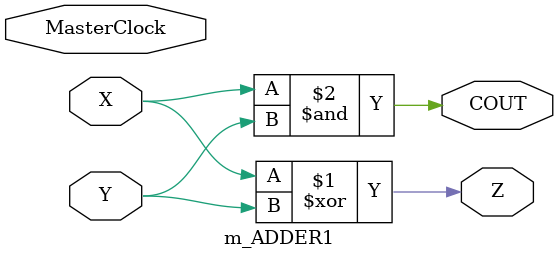
<source format=sv>
module m_ADDER1                                                                 //[COUNTERS.NET:00201] MODULE ADDER1;
(                                                                               //[COUNTERS.NET:00201] MODULE ADDER1;

    input    MasterClock,
    input    X,                                                                 //[COUNTERS.NET:00203] INPUTS	X,Y;
    input    Y,                                                                 //[COUNTERS.NET:00203] INPUTS	X,Y;
    output    Z,                                                                //[COUNTERS.NET:00204] OUTPUTS	Z,COUT;
    output    COUT                                                              //[COUNTERS.NET:00204] OUTPUTS	Z,COUT;
);                                                                              //[COUNTERS.NET:00201] MODULE ADDER1;
                                                                                //[COUNTERS.NET:00205] LEVEL FUNCTION;

assign Z = X ^ Y;                                                               //[COUNTERS.NET:00208] Z_(Z) = EOA(X,Y);
assign COUT = X & Y;                                                            //[COUNTERS.NET:00209] COUT_(COUT) = AND2A(X,Y);

endmodule                                                                       //[COUNTERS.NET:00211] END MODULE;

</source>
